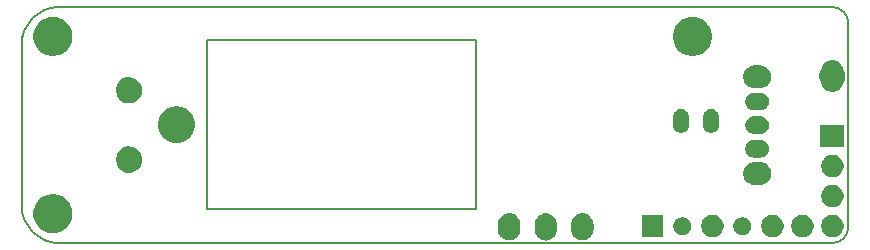
<source format=gbr>
G04 #@! TF.GenerationSoftware,KiCad,Pcbnew,(5.1.0-rc1-70-gd15876595)*
G04 #@! TF.CreationDate,2019-03-09T21:05:34+01:00
G04 #@! TF.ProjectId,spwm3.3,7370776d-332e-4332-9e6b-696361645f70,rev?*
G04 #@! TF.SameCoordinates,Original*
G04 #@! TF.FileFunction,Soldermask,Bot*
G04 #@! TF.FilePolarity,Negative*
%FSLAX46Y46*%
G04 Gerber Fmt 4.6, Leading zero omitted, Abs format (unit mm)*
G04 Created by KiCad (PCBNEW (5.1.0-rc1-70-gd15876595)) date 2019-03-09 21:05:34*
%MOMM*%
%LPD*%
G04 APERTURE LIST*
%ADD10C,0.150000*%
G04 APERTURE END LIST*
D10*
X183501100Y-113603599D02*
G75*
G02X182101100Y-115003600I-1399828J-173D01*
G01*
X183501100Y-113603600D02*
X183501100Y-111153600D01*
X183501100Y-111153600D02*
X183501100Y-96403600D01*
X182101100Y-95003599D02*
G75*
G02X183501100Y-96403600I172J-1399828D01*
G01*
X182101100Y-95003600D02*
X116676100Y-95003600D01*
X113501100Y-98178599D02*
G75*
G02X116676100Y-95003600I3175218J-219D01*
G01*
X113501100Y-98178600D02*
X113501100Y-111828600D01*
X116676100Y-115003599D02*
G75*
G02X113501100Y-111828600I218J3175218D01*
G01*
X116676100Y-115003600D02*
X182101100Y-115003600D01*
X182101100Y-115003600D02*
X182101100Y-115003600D01*
X151978100Y-112081600D02*
X151978100Y-97821600D01*
X151978100Y-97821600D02*
X129178100Y-97821600D01*
X129178100Y-97821600D02*
X129178100Y-112081600D01*
X129178100Y-112081600D02*
X151978100Y-112081600D01*
G04 #@! TO.C,U1*
G36*
X183164700Y-105031967D02*
G01*
X181117700Y-105031967D01*
X181117700Y-106834967D01*
X183164700Y-106834967D01*
X183164700Y-105031967D01*
G37*
G04 #@! TO.C,D1*
G36*
X168627100Y-104953600D02*
G01*
X168636100Y-105063600D01*
X168661100Y-105170600D01*
X168704100Y-105272600D01*
X168761100Y-105366600D01*
X168833100Y-105449600D01*
X168916100Y-105521600D01*
X169010100Y-105578600D01*
X169112100Y-105621600D01*
X169219100Y-105646600D01*
X169329100Y-105655600D01*
X169439100Y-105646600D01*
X169546100Y-105621600D01*
X169648100Y-105578600D01*
X169742100Y-105521600D01*
X169825100Y-105449600D01*
X169897100Y-105366600D01*
X169954100Y-105272600D01*
X169997100Y-105170600D01*
X170022100Y-105063600D01*
X170031100Y-104953600D01*
X170031100Y-104353600D01*
X170022100Y-104243600D01*
X169997100Y-104136600D01*
X169954100Y-104034600D01*
X169897100Y-103940600D01*
X169825100Y-103857600D01*
X169742100Y-103785600D01*
X169648100Y-103728600D01*
X169546100Y-103685600D01*
X169439100Y-103660600D01*
X169329100Y-103651600D01*
X169219100Y-103660600D01*
X169112100Y-103685600D01*
X169010100Y-103728600D01*
X168916100Y-103785600D01*
X168833100Y-103857600D01*
X168761100Y-103940600D01*
X168704100Y-104034600D01*
X168661100Y-104136600D01*
X168636100Y-104243600D01*
X168627100Y-104353600D01*
X168627100Y-104953600D01*
G37*
G36*
X171167100Y-104953600D02*
G01*
X171176100Y-105063600D01*
X171201100Y-105170600D01*
X171244100Y-105272600D01*
X171301100Y-105366600D01*
X171373100Y-105449600D01*
X171456100Y-105521600D01*
X171550100Y-105578600D01*
X171652100Y-105621600D01*
X171759100Y-105646600D01*
X171869100Y-105655600D01*
X171979100Y-105646600D01*
X172086100Y-105621600D01*
X172188100Y-105578600D01*
X172282100Y-105521600D01*
X172365100Y-105449600D01*
X172437100Y-105366600D01*
X172494100Y-105272600D01*
X172537100Y-105170600D01*
X172562100Y-105063600D01*
X172571100Y-104953600D01*
X172571100Y-104353600D01*
X172562100Y-104243600D01*
X172537100Y-104136600D01*
X172494100Y-104034600D01*
X172437100Y-103940600D01*
X172365100Y-103857600D01*
X172282100Y-103785600D01*
X172188100Y-103728600D01*
X172086100Y-103685600D01*
X171979100Y-103660600D01*
X171869100Y-103651600D01*
X171759100Y-103660600D01*
X171652100Y-103685600D01*
X171550100Y-103728600D01*
X171456100Y-103785600D01*
X171373100Y-103857600D01*
X171301100Y-103940600D01*
X171244100Y-104034600D01*
X171201100Y-104136600D01*
X171176100Y-104243600D01*
X171167100Y-104353600D01*
X171167100Y-104953600D01*
G37*
G04 #@! TO.C,Pad4*
G36*
X121568000Y-102260000D02*
G01*
X121579000Y-102401000D01*
X121612000Y-102539000D01*
X121666000Y-102669000D01*
X121740000Y-102790000D01*
X121832000Y-102898000D01*
X121940000Y-102990000D01*
X122061000Y-103064000D01*
X122191000Y-103118000D01*
X122329000Y-103151000D01*
X122470000Y-103162000D01*
X122611000Y-103151000D01*
X122749000Y-103118000D01*
X122879000Y-103064000D01*
X123000000Y-102990000D01*
X123108000Y-102898000D01*
X123200000Y-102790000D01*
X123274000Y-102669000D01*
X123328000Y-102539000D01*
X123361000Y-102401000D01*
X123372000Y-102260000D01*
X123372000Y-101860000D01*
X123361000Y-101719000D01*
X123328000Y-101581000D01*
X123274000Y-101451000D01*
X123200000Y-101330000D01*
X123108000Y-101222000D01*
X123000000Y-101130000D01*
X122879000Y-101056000D01*
X122749000Y-101002000D01*
X122611000Y-100969000D01*
X122470000Y-100958000D01*
X122329000Y-100969000D01*
X122191000Y-101002000D01*
X122061000Y-101056000D01*
X121940000Y-101130000D01*
X121832000Y-101222000D01*
X121740000Y-101330000D01*
X121666000Y-101451000D01*
X121612000Y-101581000D01*
X121579000Y-101719000D01*
X121568000Y-101860000D01*
X121568000Y-102260000D01*
G37*
G04 #@! TO.C,Pad7*
G36*
X123322000Y-107920000D02*
G01*
X123278000Y-107579000D01*
X123150000Y-107272000D01*
X122950000Y-107028000D01*
X122699000Y-106872000D01*
X122420000Y-106818000D01*
X122141000Y-106872000D01*
X121890000Y-107028000D01*
X121690000Y-107272000D01*
X121562000Y-107579000D01*
X121518000Y-107920000D01*
X121562000Y-108261000D01*
X121690000Y-108568000D01*
X121890000Y-108812000D01*
X122141000Y-108968000D01*
X122420000Y-109022000D01*
X122699000Y-108968000D01*
X122950000Y-108812000D01*
X123150000Y-108568000D01*
X123278000Y-108261000D01*
X123322000Y-107920000D01*
G37*
G04 #@! TO.C,S4*
G36*
X175529100Y-108151600D02*
G01*
X175380100Y-108163600D01*
X175235100Y-108198600D01*
X175097100Y-108255600D01*
X174969100Y-108333600D01*
X174856100Y-108430600D01*
X174759100Y-108543600D01*
X174681100Y-108671600D01*
X174624100Y-108809600D01*
X174589100Y-108954600D01*
X174577100Y-109103600D01*
X174589100Y-109252600D01*
X174624100Y-109397600D01*
X174681100Y-109535600D01*
X174759100Y-109663600D01*
X174856100Y-109776600D01*
X174969100Y-109873600D01*
X175097100Y-109951600D01*
X175235100Y-110008600D01*
X175380100Y-110043600D01*
X175529100Y-110055600D01*
X176029100Y-110055600D01*
X176178100Y-110043600D01*
X176323100Y-110008600D01*
X176461100Y-109951600D01*
X176589100Y-109873600D01*
X176702100Y-109776600D01*
X176799100Y-109663600D01*
X176877100Y-109535600D01*
X176934100Y-109397600D01*
X176969100Y-109252600D01*
X176981100Y-109103600D01*
X176969100Y-108954600D01*
X176934100Y-108809600D01*
X176877100Y-108671600D01*
X176799100Y-108543600D01*
X176702100Y-108430600D01*
X176589100Y-108333600D01*
X176461100Y-108255600D01*
X176323100Y-108198600D01*
X176178100Y-108163600D01*
X176029100Y-108151600D01*
X175529100Y-108151600D01*
G37*
G36*
X175529100Y-99951600D02*
G01*
X175380100Y-99963600D01*
X175235100Y-99998600D01*
X175097100Y-100055600D01*
X174969100Y-100133600D01*
X174856100Y-100230600D01*
X174759100Y-100343600D01*
X174681100Y-100471600D01*
X174624100Y-100609600D01*
X174589100Y-100754600D01*
X174577100Y-100903600D01*
X174589100Y-101052600D01*
X174624100Y-101197600D01*
X174681100Y-101335600D01*
X174759100Y-101463600D01*
X174856100Y-101576600D01*
X174969100Y-101673600D01*
X175097100Y-101751600D01*
X175235100Y-101808600D01*
X175380100Y-101843600D01*
X175529100Y-101855600D01*
X176029100Y-101855600D01*
X176178100Y-101843600D01*
X176323100Y-101808600D01*
X176461100Y-101751600D01*
X176589100Y-101673600D01*
X176702100Y-101576600D01*
X176799100Y-101463600D01*
X176877100Y-101335600D01*
X176934100Y-101197600D01*
X176969100Y-101052600D01*
X176981100Y-100903600D01*
X176969100Y-100754600D01*
X176934100Y-100609600D01*
X176877100Y-100471600D01*
X176799100Y-100343600D01*
X176702100Y-100230600D01*
X176589100Y-100133600D01*
X176461100Y-100055600D01*
X176323100Y-99998600D01*
X176178100Y-99963600D01*
X176029100Y-99951600D01*
X175529100Y-99951600D01*
G37*
G36*
X175529100Y-106251600D02*
G01*
X175411100Y-106260600D01*
X175297100Y-106288600D01*
X175188100Y-106333600D01*
X175087100Y-106395600D01*
X174997100Y-106471600D01*
X174921100Y-106561600D01*
X174859100Y-106662600D01*
X174814100Y-106771600D01*
X174786100Y-106885600D01*
X174777100Y-107003600D01*
X174786100Y-107121600D01*
X174814100Y-107235600D01*
X174859100Y-107344600D01*
X174921100Y-107445600D01*
X174997100Y-107535600D01*
X175087100Y-107611600D01*
X175188100Y-107673600D01*
X175297100Y-107718600D01*
X175411100Y-107746600D01*
X175529100Y-107755600D01*
X176029100Y-107755600D01*
X176147100Y-107746600D01*
X176261100Y-107718600D01*
X176370100Y-107673600D01*
X176471100Y-107611600D01*
X176561100Y-107535600D01*
X176637100Y-107445600D01*
X176699100Y-107344600D01*
X176744100Y-107235600D01*
X176772100Y-107121600D01*
X176781100Y-107003600D01*
X176772100Y-106885600D01*
X176744100Y-106771600D01*
X176699100Y-106662600D01*
X176637100Y-106561600D01*
X176561100Y-106471600D01*
X176471100Y-106395600D01*
X176370100Y-106333600D01*
X176261100Y-106288600D01*
X176147100Y-106260600D01*
X176029100Y-106251600D01*
X175529100Y-106251600D01*
G37*
G36*
X175529100Y-104251600D02*
G01*
X175411100Y-104260600D01*
X175297100Y-104288600D01*
X175188100Y-104333600D01*
X175087100Y-104395600D01*
X174997100Y-104471600D01*
X174921100Y-104561600D01*
X174859100Y-104662600D01*
X174814100Y-104771600D01*
X174786100Y-104885600D01*
X174777100Y-105003600D01*
X174786100Y-105121600D01*
X174814100Y-105235600D01*
X174859100Y-105344600D01*
X174921100Y-105445600D01*
X174997100Y-105535600D01*
X175087100Y-105611600D01*
X175188100Y-105673600D01*
X175297100Y-105718600D01*
X175411100Y-105746600D01*
X175529100Y-105755600D01*
X176029100Y-105755600D01*
X176147100Y-105746600D01*
X176261100Y-105718600D01*
X176370100Y-105673600D01*
X176471100Y-105611600D01*
X176561100Y-105535600D01*
X176637100Y-105445600D01*
X176699100Y-105344600D01*
X176744100Y-105235600D01*
X176772100Y-105121600D01*
X176781100Y-105003600D01*
X176772100Y-104885600D01*
X176744100Y-104771600D01*
X176699100Y-104662600D01*
X176637100Y-104561600D01*
X176561100Y-104471600D01*
X176471100Y-104395600D01*
X176370100Y-104333600D01*
X176261100Y-104288600D01*
X176147100Y-104260600D01*
X176029100Y-104251600D01*
X175529100Y-104251600D01*
G37*
G36*
X175529100Y-102251600D02*
G01*
X175411100Y-102260600D01*
X175297100Y-102288600D01*
X175188100Y-102333600D01*
X175087100Y-102395600D01*
X174997100Y-102471600D01*
X174921100Y-102561600D01*
X174859100Y-102662600D01*
X174814100Y-102771600D01*
X174786100Y-102885600D01*
X174777100Y-103003600D01*
X174786100Y-103121600D01*
X174814100Y-103235600D01*
X174859100Y-103344600D01*
X174921100Y-103445600D01*
X174997100Y-103535600D01*
X175087100Y-103611600D01*
X175188100Y-103673600D01*
X175297100Y-103718600D01*
X175411100Y-103746600D01*
X175529100Y-103755600D01*
X176029100Y-103755600D01*
X176147100Y-103746600D01*
X176261100Y-103718600D01*
X176370100Y-103673600D01*
X176471100Y-103611600D01*
X176561100Y-103535600D01*
X176637100Y-103445600D01*
X176699100Y-103344600D01*
X176744100Y-103235600D01*
X176772100Y-103121600D01*
X176781100Y-103003600D01*
X176772100Y-102885600D01*
X176744100Y-102771600D01*
X176699100Y-102662600D01*
X176637100Y-102561600D01*
X176561100Y-102471600D01*
X176471100Y-102395600D01*
X176370100Y-102333600D01*
X176261100Y-102288600D01*
X176147100Y-102260600D01*
X176029100Y-102251600D01*
X175529100Y-102251600D01*
G37*
G04 #@! TO.C,U4*
G36*
X181189100Y-101253600D02*
G01*
X181201100Y-101402600D01*
X181236100Y-101547600D01*
X181293100Y-101685600D01*
X181371100Y-101813600D01*
X181468100Y-101926600D01*
X181581100Y-102023600D01*
X181709100Y-102101600D01*
X181847100Y-102158600D01*
X181992100Y-102193600D01*
X182141100Y-102205600D01*
X182290100Y-102193600D01*
X182435100Y-102158600D01*
X182573100Y-102101600D01*
X182701100Y-102023600D01*
X182814100Y-101926600D01*
X182911100Y-101813600D01*
X182989100Y-101685600D01*
X183046100Y-101547600D01*
X183081100Y-101402600D01*
X183093100Y-101253600D01*
X183093100Y-100453600D01*
X183081100Y-100304600D01*
X183046100Y-100159600D01*
X182989100Y-100021600D01*
X182911100Y-99893600D01*
X182814100Y-99780600D01*
X182701100Y-99683600D01*
X182573100Y-99605600D01*
X182435100Y-99548600D01*
X182290100Y-99513600D01*
X182141100Y-99501600D01*
X181992100Y-99513600D01*
X181847100Y-99548600D01*
X181709100Y-99605600D01*
X181581100Y-99683600D01*
X181468100Y-99780600D01*
X181371100Y-99893600D01*
X181293100Y-100021600D01*
X181236100Y-100159600D01*
X181201100Y-100304600D01*
X181189100Y-100453600D01*
X181189100Y-101253600D01*
G37*
G04 #@! TO.C,U5*
G36*
X156928000Y-113830000D02*
G01*
X156940000Y-113979000D01*
X156975000Y-114124000D01*
X157032000Y-114262000D01*
X157110000Y-114390000D01*
X157207000Y-114503000D01*
X157320000Y-114600000D01*
X157448000Y-114678000D01*
X157586000Y-114735000D01*
X157731000Y-114770000D01*
X157880000Y-114782000D01*
X158029000Y-114770000D01*
X158174000Y-114735000D01*
X158312000Y-114678000D01*
X158440000Y-114600000D01*
X158553000Y-114503000D01*
X158650000Y-114390000D01*
X158728000Y-114262000D01*
X158785000Y-114124000D01*
X158820000Y-113979000D01*
X158832000Y-113830000D01*
X158832000Y-113430000D01*
X158820000Y-113281000D01*
X158785000Y-113136000D01*
X158728000Y-112998000D01*
X158650000Y-112870000D01*
X158553000Y-112757000D01*
X158440000Y-112660000D01*
X158312000Y-112582000D01*
X158174000Y-112525000D01*
X158029000Y-112490000D01*
X157880000Y-112478000D01*
X157731000Y-112490000D01*
X157586000Y-112525000D01*
X157448000Y-112582000D01*
X157320000Y-112660000D01*
X157207000Y-112757000D01*
X157110000Y-112870000D01*
X157032000Y-112998000D01*
X156975000Y-113136000D01*
X156940000Y-113281000D01*
X156928000Y-113430000D01*
X156928000Y-113830000D01*
G37*
G04 #@! TO.C,U6*
G36*
X160028000Y-113820000D02*
G01*
X160040000Y-113969000D01*
X160075000Y-114114000D01*
X160132000Y-114252000D01*
X160210000Y-114380000D01*
X160307000Y-114493000D01*
X160420000Y-114590000D01*
X160548000Y-114668000D01*
X160686000Y-114725000D01*
X160831000Y-114760000D01*
X160980000Y-114772000D01*
X161129000Y-114760000D01*
X161274000Y-114725000D01*
X161412000Y-114668000D01*
X161540000Y-114590000D01*
X161653000Y-114493000D01*
X161750000Y-114380000D01*
X161828000Y-114252000D01*
X161885000Y-114114000D01*
X161920000Y-113969000D01*
X161932000Y-113820000D01*
X161932000Y-113420000D01*
X161920000Y-113271000D01*
X161885000Y-113126000D01*
X161828000Y-112988000D01*
X161750000Y-112860000D01*
X161653000Y-112747000D01*
X161540000Y-112650000D01*
X161412000Y-112572000D01*
X161274000Y-112515000D01*
X161129000Y-112480000D01*
X160980000Y-112468000D01*
X160831000Y-112480000D01*
X160686000Y-112515000D01*
X160548000Y-112572000D01*
X160420000Y-112650000D01*
X160307000Y-112747000D01*
X160210000Y-112860000D01*
X160132000Y-112988000D01*
X160075000Y-113126000D01*
X160040000Y-113271000D01*
X160028000Y-113420000D01*
X160028000Y-113820000D01*
G37*
G04 #@! TO.C,U7*
G36*
X153827100Y-113823600D02*
G01*
X153839100Y-113972600D01*
X153874100Y-114117600D01*
X153931100Y-114255600D01*
X154009100Y-114383600D01*
X154106100Y-114496600D01*
X154219100Y-114593600D01*
X154347100Y-114671600D01*
X154485100Y-114728600D01*
X154630100Y-114763600D01*
X154779100Y-114775600D01*
X154928100Y-114763600D01*
X155073100Y-114728600D01*
X155211100Y-114671600D01*
X155339100Y-114593600D01*
X155452100Y-114496600D01*
X155549100Y-114383600D01*
X155627100Y-114255600D01*
X155684100Y-114117600D01*
X155719100Y-113972600D01*
X155731100Y-113823600D01*
X155731100Y-113423600D01*
X155719100Y-113274600D01*
X155684100Y-113129600D01*
X155627100Y-112991600D01*
X155549100Y-112863600D01*
X155452100Y-112750600D01*
X155339100Y-112653600D01*
X155211100Y-112575600D01*
X155073100Y-112518600D01*
X154928100Y-112483600D01*
X154779100Y-112471600D01*
X154630100Y-112483600D01*
X154485100Y-112518600D01*
X154347100Y-112575600D01*
X154219100Y-112653600D01*
X154106100Y-112750600D01*
X154009100Y-112863600D01*
X153931100Y-112991600D01*
X153874100Y-113129600D01*
X153839100Y-113274600D01*
X153827100Y-113423600D01*
X153827100Y-113823600D01*
G37*
G36*
X155056670Y-112714969D02*
G01*
X155229853Y-112786704D01*
X155385707Y-112890842D01*
X155518258Y-113023393D01*
X155622396Y-113179247D01*
X155694131Y-113352430D01*
X155730700Y-113536274D01*
X155730700Y-113723726D01*
X155694131Y-113907570D01*
X155622396Y-114080753D01*
X155518258Y-114236607D01*
X155385707Y-114369158D01*
X155229853Y-114473296D01*
X155056670Y-114545031D01*
X154872826Y-114581600D01*
X154685374Y-114581600D01*
X154501530Y-114545031D01*
X154328347Y-114473296D01*
X154172493Y-114369158D01*
X154039942Y-114236607D01*
X153935804Y-114080753D01*
X153864069Y-113907570D01*
X153827500Y-113723726D01*
X153827500Y-113536274D01*
X153864069Y-113352430D01*
X153935804Y-113179247D01*
X154039942Y-113023393D01*
X154172493Y-112890842D01*
X154328347Y-112786704D01*
X154501530Y-112714969D01*
X154685374Y-112678400D01*
X154872826Y-112678400D01*
X155056670Y-112714969D01*
X155056670Y-112714969D01*
G37*
G36*
X161257570Y-112714969D02*
G01*
X161430753Y-112786704D01*
X161586607Y-112890842D01*
X161719158Y-113023393D01*
X161823296Y-113179247D01*
X161895031Y-113352430D01*
X161931600Y-113536274D01*
X161931600Y-113723726D01*
X161895031Y-113907570D01*
X161823296Y-114080753D01*
X161719158Y-114236607D01*
X161586607Y-114369158D01*
X161430753Y-114473296D01*
X161257570Y-114545031D01*
X161073726Y-114581600D01*
X160886274Y-114581600D01*
X160702430Y-114545031D01*
X160529247Y-114473296D01*
X160373393Y-114369158D01*
X160240842Y-114236607D01*
X160136704Y-114080753D01*
X160064969Y-113907570D01*
X160028400Y-113723726D01*
X160028400Y-113536274D01*
X160064969Y-113352430D01*
X160136704Y-113179247D01*
X160240842Y-113023393D01*
X160373393Y-112890842D01*
X160529247Y-112786704D01*
X160702430Y-112714969D01*
X160886274Y-112678400D01*
X161073726Y-112678400D01*
X161257570Y-112714969D01*
X161257570Y-112714969D01*
G37*
G36*
X158157570Y-112714969D02*
G01*
X158330753Y-112786704D01*
X158486607Y-112890842D01*
X158619158Y-113023393D01*
X158723296Y-113179247D01*
X158795031Y-113352430D01*
X158831600Y-113536274D01*
X158831600Y-113723726D01*
X158795031Y-113907570D01*
X158723296Y-114080753D01*
X158619158Y-114236607D01*
X158486607Y-114369158D01*
X158330753Y-114473296D01*
X158157570Y-114545031D01*
X157973726Y-114581600D01*
X157786274Y-114581600D01*
X157602430Y-114545031D01*
X157429247Y-114473296D01*
X157273393Y-114369158D01*
X157140842Y-114236607D01*
X157036704Y-114080753D01*
X156964969Y-113907570D01*
X156928400Y-113723726D01*
X156928400Y-113536274D01*
X156964969Y-113352430D01*
X157036704Y-113179247D01*
X157140842Y-113023393D01*
X157273393Y-112890842D01*
X157429247Y-112786704D01*
X157602430Y-112714969D01*
X157786274Y-112678400D01*
X157973726Y-112678400D01*
X158157570Y-112714969D01*
X158157570Y-112714969D01*
G37*
G36*
X177338095Y-112639513D02*
G01*
X177511166Y-112711201D01*
X177588518Y-112762886D01*
X177666927Y-112815277D01*
X177799390Y-112947740D01*
X177824405Y-112985178D01*
X177903466Y-113103501D01*
X177975154Y-113276572D01*
X178011700Y-113460300D01*
X178011700Y-113647634D01*
X177975154Y-113831362D01*
X177903466Y-114004433D01*
X177884577Y-114032702D01*
X177799390Y-114160194D01*
X177666927Y-114292657D01*
X177588518Y-114345048D01*
X177511166Y-114396733D01*
X177338095Y-114468421D01*
X177154367Y-114504967D01*
X176967033Y-114504967D01*
X176783305Y-114468421D01*
X176610234Y-114396733D01*
X176532882Y-114345048D01*
X176454473Y-114292657D01*
X176322010Y-114160194D01*
X176236823Y-114032702D01*
X176217934Y-114004433D01*
X176146246Y-113831362D01*
X176109700Y-113647634D01*
X176109700Y-113460300D01*
X176146246Y-113276572D01*
X176217934Y-113103501D01*
X176296995Y-112985178D01*
X176322010Y-112947740D01*
X176454473Y-112815277D01*
X176532882Y-112762886D01*
X176610234Y-112711201D01*
X176783305Y-112639513D01*
X176967033Y-112602967D01*
X177154367Y-112602967D01*
X177338095Y-112639513D01*
X177338095Y-112639513D01*
G37*
G36*
X182418095Y-112639513D02*
G01*
X182591166Y-112711201D01*
X182668518Y-112762886D01*
X182746927Y-112815277D01*
X182879390Y-112947740D01*
X182904405Y-112985178D01*
X182983466Y-113103501D01*
X183055154Y-113276572D01*
X183091700Y-113460300D01*
X183091700Y-113647634D01*
X183055154Y-113831362D01*
X182983466Y-114004433D01*
X182964577Y-114032702D01*
X182879390Y-114160194D01*
X182746927Y-114292657D01*
X182668518Y-114345048D01*
X182591166Y-114396733D01*
X182418095Y-114468421D01*
X182234367Y-114504967D01*
X182047033Y-114504967D01*
X181863305Y-114468421D01*
X181690234Y-114396733D01*
X181612882Y-114345048D01*
X181534473Y-114292657D01*
X181402010Y-114160194D01*
X181316823Y-114032702D01*
X181297934Y-114004433D01*
X181226246Y-113831362D01*
X181189700Y-113647634D01*
X181189700Y-113460300D01*
X181226246Y-113276572D01*
X181297934Y-113103501D01*
X181376995Y-112985178D01*
X181402010Y-112947740D01*
X181534473Y-112815277D01*
X181612882Y-112762886D01*
X181690234Y-112711201D01*
X181863305Y-112639513D01*
X182047033Y-112602967D01*
X182234367Y-112602967D01*
X182418095Y-112639513D01*
X182418095Y-112639513D01*
G37*
G36*
X172258095Y-112639513D02*
G01*
X172431166Y-112711201D01*
X172508518Y-112762886D01*
X172586927Y-112815277D01*
X172719390Y-112947740D01*
X172744405Y-112985178D01*
X172823466Y-113103501D01*
X172895154Y-113276572D01*
X172931700Y-113460300D01*
X172931700Y-113647634D01*
X172895154Y-113831362D01*
X172823466Y-114004433D01*
X172804577Y-114032702D01*
X172719390Y-114160194D01*
X172586927Y-114292657D01*
X172508518Y-114345048D01*
X172431166Y-114396733D01*
X172258095Y-114468421D01*
X172074367Y-114504967D01*
X171887033Y-114504967D01*
X171703305Y-114468421D01*
X171530234Y-114396733D01*
X171452882Y-114345048D01*
X171374473Y-114292657D01*
X171242010Y-114160194D01*
X171156823Y-114032702D01*
X171137934Y-114004433D01*
X171066246Y-113831362D01*
X171029700Y-113647634D01*
X171029700Y-113460300D01*
X171066246Y-113276572D01*
X171137934Y-113103501D01*
X171216995Y-112985178D01*
X171242010Y-112947740D01*
X171374473Y-112815277D01*
X171452882Y-112762886D01*
X171530234Y-112711201D01*
X171703305Y-112639513D01*
X171887033Y-112602967D01*
X172074367Y-112602967D01*
X172258095Y-112639513D01*
X172258095Y-112639513D01*
G37*
G36*
X179878095Y-112639513D02*
G01*
X180051166Y-112711201D01*
X180128518Y-112762886D01*
X180206927Y-112815277D01*
X180339390Y-112947740D01*
X180364405Y-112985178D01*
X180443466Y-113103501D01*
X180515154Y-113276572D01*
X180551700Y-113460300D01*
X180551700Y-113647634D01*
X180515154Y-113831362D01*
X180443466Y-114004433D01*
X180424577Y-114032702D01*
X180339390Y-114160194D01*
X180206927Y-114292657D01*
X180128518Y-114345048D01*
X180051166Y-114396733D01*
X179878095Y-114468421D01*
X179694367Y-114504967D01*
X179507033Y-114504967D01*
X179323305Y-114468421D01*
X179150234Y-114396733D01*
X179072882Y-114345048D01*
X178994473Y-114292657D01*
X178862010Y-114160194D01*
X178776823Y-114032702D01*
X178757934Y-114004433D01*
X178686246Y-113831362D01*
X178649700Y-113647634D01*
X178649700Y-113460300D01*
X178686246Y-113276572D01*
X178757934Y-113103501D01*
X178836995Y-112985178D01*
X178862010Y-112947740D01*
X178994473Y-112815277D01*
X179072882Y-112762886D01*
X179150234Y-112711201D01*
X179323305Y-112639513D01*
X179507033Y-112602967D01*
X179694367Y-112602967D01*
X179878095Y-112639513D01*
X179878095Y-112639513D01*
G37*
G36*
X167801700Y-114454967D02*
G01*
X165999700Y-114454967D01*
X165999700Y-112652967D01*
X167801700Y-112652967D01*
X167801700Y-114454967D01*
X167801700Y-114454967D01*
G37*
G36*
X174656550Y-112815276D02*
G01*
X174739759Y-112831827D01*
X174876432Y-112888439D01*
X174999435Y-112970627D01*
X175104040Y-113075232D01*
X175173542Y-113179249D01*
X175186229Y-113198237D01*
X175242840Y-113334908D01*
X175271700Y-113479999D01*
X175271700Y-113627935D01*
X175242840Y-113773026D01*
X175187110Y-113907571D01*
X175186228Y-113909699D01*
X175104040Y-114032702D01*
X174999435Y-114137307D01*
X174876432Y-114219495D01*
X174876431Y-114219496D01*
X174876430Y-114219496D01*
X174739759Y-114276107D01*
X174594668Y-114304967D01*
X174446732Y-114304967D01*
X174301641Y-114276107D01*
X174164970Y-114219496D01*
X174164969Y-114219496D01*
X174164968Y-114219495D01*
X174041965Y-114137307D01*
X173937360Y-114032702D01*
X173855172Y-113909699D01*
X173854291Y-113907571D01*
X173798560Y-113773026D01*
X173769700Y-113627935D01*
X173769700Y-113479999D01*
X173798560Y-113334908D01*
X173855171Y-113198237D01*
X173867858Y-113179249D01*
X173937360Y-113075232D01*
X174041965Y-112970627D01*
X174164968Y-112888439D01*
X174301641Y-112831827D01*
X174384850Y-112815276D01*
X174446732Y-112802967D01*
X174594668Y-112802967D01*
X174656550Y-112815276D01*
X174656550Y-112815276D01*
G37*
G36*
X169576550Y-112815276D02*
G01*
X169659759Y-112831827D01*
X169796432Y-112888439D01*
X169919435Y-112970627D01*
X170024040Y-113075232D01*
X170093542Y-113179249D01*
X170106229Y-113198237D01*
X170162840Y-113334908D01*
X170191700Y-113479999D01*
X170191700Y-113627935D01*
X170162840Y-113773026D01*
X170107110Y-113907571D01*
X170106228Y-113909699D01*
X170024040Y-114032702D01*
X169919435Y-114137307D01*
X169796432Y-114219495D01*
X169796431Y-114219496D01*
X169796430Y-114219496D01*
X169659759Y-114276107D01*
X169514668Y-114304967D01*
X169366732Y-114304967D01*
X169221641Y-114276107D01*
X169084970Y-114219496D01*
X169084969Y-114219496D01*
X169084968Y-114219495D01*
X168961965Y-114137307D01*
X168857360Y-114032702D01*
X168775172Y-113909699D01*
X168774291Y-113907571D01*
X168718560Y-113773026D01*
X168689700Y-113627935D01*
X168689700Y-113479999D01*
X168718560Y-113334908D01*
X168775171Y-113198237D01*
X168787858Y-113179249D01*
X168857360Y-113075232D01*
X168961965Y-112970627D01*
X169084968Y-112888439D01*
X169221641Y-112831827D01*
X169304850Y-112815276D01*
X169366732Y-112802967D01*
X169514668Y-112802967D01*
X169576550Y-112815276D01*
X169576550Y-112815276D01*
G37*
G36*
X116524356Y-110894898D02*
G01*
X116630679Y-110916047D01*
X116931142Y-111040503D01*
X117201551Y-111221185D01*
X117431515Y-111451149D01*
X117612197Y-111721558D01*
X117697883Y-111928421D01*
X117736653Y-112022022D01*
X117800100Y-112340989D01*
X117800100Y-112666211D01*
X117790401Y-112714969D01*
X117736653Y-112985179D01*
X117612197Y-113285642D01*
X117431515Y-113556051D01*
X117201551Y-113786015D01*
X116931142Y-113966697D01*
X116630679Y-114091153D01*
X116524356Y-114112302D01*
X116311711Y-114154600D01*
X115986489Y-114154600D01*
X115773844Y-114112302D01*
X115667521Y-114091153D01*
X115367058Y-113966697D01*
X115096649Y-113786015D01*
X114866685Y-113556051D01*
X114686003Y-113285642D01*
X114561547Y-112985179D01*
X114507799Y-112714969D01*
X114498100Y-112666211D01*
X114498100Y-112340989D01*
X114561547Y-112022022D01*
X114600318Y-111928421D01*
X114686003Y-111721558D01*
X114866685Y-111451149D01*
X115096649Y-111221185D01*
X115367058Y-111040503D01*
X115667521Y-110916047D01*
X115773844Y-110894898D01*
X115986489Y-110852600D01*
X116311711Y-110852600D01*
X116524356Y-110894898D01*
X116524356Y-110894898D01*
G37*
G36*
X182418095Y-110099513D02*
G01*
X182591166Y-110171201D01*
X182591167Y-110171202D01*
X182746927Y-110275277D01*
X182879390Y-110407740D01*
X182879391Y-110407742D01*
X182983466Y-110563501D01*
X183055154Y-110736572D01*
X183091700Y-110920300D01*
X183091700Y-111107634D01*
X183055154Y-111291362D01*
X182983466Y-111464433D01*
X182983465Y-111464434D01*
X182879390Y-111620194D01*
X182746927Y-111752657D01*
X182668518Y-111805048D01*
X182591166Y-111856733D01*
X182418095Y-111928421D01*
X182234367Y-111964967D01*
X182047033Y-111964967D01*
X181863305Y-111928421D01*
X181690234Y-111856733D01*
X181612882Y-111805048D01*
X181534473Y-111752657D01*
X181402010Y-111620194D01*
X181297935Y-111464434D01*
X181297934Y-111464433D01*
X181226246Y-111291362D01*
X181189700Y-111107634D01*
X181189700Y-110920300D01*
X181226246Y-110736572D01*
X181297934Y-110563501D01*
X181402009Y-110407742D01*
X181402010Y-110407740D01*
X181534473Y-110275277D01*
X181690233Y-110171202D01*
X181690234Y-110171201D01*
X181863305Y-110099513D01*
X182047033Y-110062967D01*
X182234367Y-110062967D01*
X182418095Y-110099513D01*
X182418095Y-110099513D01*
G37*
G36*
X176056670Y-108188569D02*
G01*
X176229853Y-108260304D01*
X176385707Y-108364442D01*
X176518258Y-108496993D01*
X176622396Y-108652847D01*
X176694131Y-108826030D01*
X176730700Y-109009874D01*
X176730700Y-109197326D01*
X176694131Y-109381170D01*
X176622396Y-109554353D01*
X176518258Y-109710207D01*
X176385707Y-109842758D01*
X176229853Y-109946896D01*
X176056670Y-110018631D01*
X175872826Y-110055200D01*
X175685374Y-110055200D01*
X175501530Y-110018631D01*
X175328347Y-109946896D01*
X175172493Y-109842758D01*
X175039942Y-109710207D01*
X174935804Y-109554353D01*
X174864069Y-109381170D01*
X174827500Y-109197326D01*
X174827500Y-109009874D01*
X174864069Y-108826030D01*
X174935804Y-108652847D01*
X175039942Y-108496993D01*
X175172493Y-108364442D01*
X175328347Y-108260304D01*
X175501530Y-108188569D01*
X175685374Y-108152000D01*
X175872826Y-108152000D01*
X176056670Y-108188569D01*
X176056670Y-108188569D01*
G37*
G36*
X182418095Y-107559513D02*
G01*
X182591166Y-107631201D01*
X182591167Y-107631202D01*
X182746927Y-107735277D01*
X182879390Y-107867740D01*
X182879391Y-107867742D01*
X182983466Y-108023501D01*
X183055154Y-108196572D01*
X183091700Y-108380300D01*
X183091700Y-108567634D01*
X183055154Y-108751362D01*
X182983466Y-108924433D01*
X182983465Y-108924434D01*
X182879390Y-109080194D01*
X182746927Y-109212657D01*
X182668518Y-109265048D01*
X182591166Y-109316733D01*
X182418095Y-109388421D01*
X182234367Y-109424967D01*
X182047033Y-109424967D01*
X181863305Y-109388421D01*
X181690234Y-109316733D01*
X181612882Y-109265048D01*
X181534473Y-109212657D01*
X181402010Y-109080194D01*
X181297935Y-108924434D01*
X181297934Y-108924433D01*
X181226246Y-108751362D01*
X181189700Y-108567634D01*
X181189700Y-108380300D01*
X181226246Y-108196572D01*
X181297934Y-108023501D01*
X181402009Y-107867742D01*
X181402010Y-107867740D01*
X181534473Y-107735277D01*
X181690233Y-107631202D01*
X181690234Y-107631201D01*
X181863305Y-107559513D01*
X182047033Y-107522967D01*
X182234367Y-107522967D01*
X182418095Y-107559513D01*
X182418095Y-107559513D01*
G37*
G36*
X122794189Y-106835445D02*
G01*
X122921325Y-106860734D01*
X123004365Y-106895130D01*
X123121802Y-106943774D01*
X123302228Y-107064331D01*
X123455669Y-107217772D01*
X123576226Y-107398198D01*
X123624870Y-107515635D01*
X123659266Y-107598675D01*
X123701600Y-107811502D01*
X123701600Y-108028498D01*
X123659266Y-108241325D01*
X123624870Y-108324365D01*
X123576226Y-108441802D01*
X123455669Y-108622228D01*
X123302228Y-108775669D01*
X123121802Y-108896226D01*
X123053701Y-108924434D01*
X122921325Y-108979266D01*
X122708499Y-109021600D01*
X122491501Y-109021600D01*
X122278675Y-108979266D01*
X122146299Y-108924434D01*
X122078198Y-108896226D01*
X121897772Y-108775669D01*
X121744331Y-108622228D01*
X121623774Y-108441802D01*
X121575130Y-108324365D01*
X121540734Y-108241325D01*
X121498400Y-108028498D01*
X121498400Y-107811502D01*
X121540734Y-107598675D01*
X121575130Y-107515635D01*
X121623774Y-107398198D01*
X121744331Y-107217772D01*
X121897772Y-107064331D01*
X122078198Y-106943774D01*
X122195635Y-106895130D01*
X122278675Y-106860734D01*
X122405811Y-106835445D01*
X122491501Y-106818400D01*
X122708499Y-106818400D01*
X122794189Y-106835445D01*
X122794189Y-106835445D01*
G37*
G36*
X175998334Y-106280883D02*
G01*
X176135116Y-106337540D01*
X176258217Y-106419794D01*
X176362906Y-106524483D01*
X176445160Y-106647584D01*
X176501817Y-106784366D01*
X176530700Y-106929574D01*
X176530700Y-107077626D01*
X176501817Y-107222834D01*
X176445160Y-107359616D01*
X176362906Y-107482717D01*
X176258217Y-107587406D01*
X176135116Y-107669660D01*
X175998334Y-107726317D01*
X175853126Y-107755200D01*
X175705074Y-107755200D01*
X175559866Y-107726317D01*
X175423084Y-107669660D01*
X175299983Y-107587406D01*
X175195294Y-107482717D01*
X175113040Y-107359616D01*
X175056383Y-107222834D01*
X175027500Y-107077626D01*
X175027500Y-106929574D01*
X175056383Y-106784366D01*
X175113040Y-106647584D01*
X175195294Y-106524483D01*
X175299983Y-106419794D01*
X175423084Y-106337540D01*
X175559866Y-106280883D01*
X175705074Y-106252000D01*
X175853126Y-106252000D01*
X175998334Y-106280883D01*
X175998334Y-106280883D01*
G37*
G36*
X183042422Y-106835445D02*
G01*
X181239222Y-106835689D01*
X181238978Y-105032489D01*
X183042178Y-105032245D01*
X183042422Y-106835445D01*
X183042422Y-106835445D01*
G37*
G36*
X126902585Y-103453802D02*
G01*
X127052410Y-103483604D01*
X127334674Y-103600521D01*
X127588705Y-103770259D01*
X127804741Y-103986295D01*
X127974479Y-104240326D01*
X128091396Y-104522590D01*
X128091773Y-104524484D01*
X128151000Y-104822239D01*
X128151000Y-105127761D01*
X128121643Y-105275350D01*
X128091396Y-105427410D01*
X127974479Y-105709674D01*
X127804741Y-105963705D01*
X127588705Y-106179741D01*
X127334674Y-106349479D01*
X127052410Y-106466396D01*
X126902585Y-106496198D01*
X126752761Y-106526000D01*
X126447239Y-106526000D01*
X126297415Y-106496198D01*
X126147590Y-106466396D01*
X125865326Y-106349479D01*
X125611295Y-106179741D01*
X125395259Y-105963705D01*
X125225521Y-105709674D01*
X125108604Y-105427410D01*
X125078357Y-105275350D01*
X125049000Y-105127761D01*
X125049000Y-104822239D01*
X125108227Y-104524484D01*
X125108604Y-104522590D01*
X125225521Y-104240326D01*
X125395259Y-103986295D01*
X125611295Y-103770259D01*
X125865326Y-103600521D01*
X126147590Y-103483604D01*
X126297415Y-103453802D01*
X126447239Y-103424000D01*
X126752761Y-103424000D01*
X126902585Y-103453802D01*
X126902585Y-103453802D01*
G37*
G36*
X175998334Y-104280883D02*
G01*
X176135116Y-104337540D01*
X176258217Y-104419794D01*
X176362906Y-104524483D01*
X176445160Y-104647584D01*
X176501817Y-104784366D01*
X176530700Y-104929574D01*
X176530700Y-105077626D01*
X176501817Y-105222834D01*
X176445160Y-105359616D01*
X176362906Y-105482717D01*
X176258217Y-105587406D01*
X176135116Y-105669660D01*
X175998334Y-105726317D01*
X175853126Y-105755200D01*
X175705074Y-105755200D01*
X175559866Y-105726317D01*
X175423084Y-105669660D01*
X175299983Y-105587406D01*
X175195294Y-105482717D01*
X175113040Y-105359616D01*
X175056383Y-105222834D01*
X175027500Y-105077626D01*
X175027500Y-104929574D01*
X175056383Y-104784366D01*
X175113040Y-104647584D01*
X175195294Y-104524483D01*
X175299983Y-104419794D01*
X175423084Y-104337540D01*
X175559866Y-104280883D01*
X175705074Y-104252000D01*
X175853126Y-104252000D01*
X175998334Y-104280883D01*
X175998334Y-104280883D01*
G37*
G36*
X169533749Y-103978961D02*
G01*
X169661431Y-104031849D01*
X169661432Y-104031850D01*
X169776344Y-104108631D01*
X169874069Y-104206356D01*
X169874070Y-104206358D01*
X169950851Y-104321269D01*
X170003739Y-104448951D01*
X170030700Y-104584497D01*
X170030700Y-104722703D01*
X170003739Y-104858249D01*
X169950851Y-104985931D01*
X169950850Y-104985932D01*
X169874069Y-105100844D01*
X169776344Y-105198569D01*
X169740027Y-105222835D01*
X169661431Y-105275351D01*
X169533749Y-105328239D01*
X169398203Y-105355200D01*
X169259997Y-105355200D01*
X169124451Y-105328239D01*
X168996769Y-105275351D01*
X168918173Y-105222835D01*
X168881856Y-105198569D01*
X168784131Y-105100844D01*
X168707350Y-104985932D01*
X168707349Y-104985931D01*
X168654461Y-104858249D01*
X168627500Y-104722703D01*
X168627500Y-104584497D01*
X168654461Y-104448951D01*
X168707349Y-104321269D01*
X168784130Y-104206358D01*
X168784131Y-104206356D01*
X168881856Y-104108631D01*
X168996768Y-104031850D01*
X168996769Y-104031849D01*
X169124451Y-103978961D01*
X169259997Y-103952000D01*
X169398203Y-103952000D01*
X169533749Y-103978961D01*
X169533749Y-103978961D01*
G37*
G36*
X172073749Y-103978961D02*
G01*
X172201431Y-104031849D01*
X172201432Y-104031850D01*
X172316344Y-104108631D01*
X172414069Y-104206356D01*
X172414070Y-104206358D01*
X172490851Y-104321269D01*
X172543739Y-104448951D01*
X172570700Y-104584497D01*
X172570700Y-104722703D01*
X172543739Y-104858249D01*
X172490851Y-104985931D01*
X172490850Y-104985932D01*
X172414069Y-105100844D01*
X172316344Y-105198569D01*
X172280027Y-105222835D01*
X172201431Y-105275351D01*
X172073749Y-105328239D01*
X171938203Y-105355200D01*
X171799997Y-105355200D01*
X171664451Y-105328239D01*
X171536769Y-105275351D01*
X171458173Y-105222835D01*
X171421856Y-105198569D01*
X171324131Y-105100844D01*
X171247350Y-104985932D01*
X171247349Y-104985931D01*
X171194461Y-104858249D01*
X171167500Y-104722703D01*
X171167500Y-104584497D01*
X171194461Y-104448951D01*
X171247349Y-104321269D01*
X171324130Y-104206358D01*
X171324131Y-104206356D01*
X171421856Y-104108631D01*
X171536768Y-104031850D01*
X171536769Y-104031849D01*
X171664451Y-103978961D01*
X171799997Y-103952000D01*
X171938203Y-103952000D01*
X172073749Y-103978961D01*
X172073749Y-103978961D01*
G37*
G36*
X175998334Y-102280883D02*
G01*
X176135116Y-102337540D01*
X176258217Y-102419794D01*
X176362906Y-102524483D01*
X176445160Y-102647584D01*
X176501817Y-102784366D01*
X176530700Y-102929574D01*
X176530700Y-103077626D01*
X176501817Y-103222834D01*
X176445160Y-103359616D01*
X176362906Y-103482717D01*
X176258217Y-103587406D01*
X176135116Y-103669660D01*
X175998334Y-103726317D01*
X175853126Y-103755200D01*
X175705074Y-103755200D01*
X175559866Y-103726317D01*
X175423084Y-103669660D01*
X175299983Y-103587406D01*
X175195294Y-103482717D01*
X175113040Y-103359616D01*
X175056383Y-103222834D01*
X175027500Y-103077626D01*
X175027500Y-102929574D01*
X175056383Y-102784366D01*
X175113040Y-102647584D01*
X175195294Y-102524483D01*
X175299983Y-102419794D01*
X175423084Y-102337540D01*
X175559866Y-102280883D01*
X175705074Y-102252000D01*
X175853126Y-102252000D01*
X175998334Y-102280883D01*
X175998334Y-102280883D01*
G37*
G36*
X122814911Y-100979567D02*
G01*
X122921325Y-101000734D01*
X123004365Y-101035130D01*
X123121802Y-101083774D01*
X123302228Y-101204331D01*
X123455669Y-101357772D01*
X123576226Y-101538198D01*
X123619535Y-101642756D01*
X123659266Y-101738675D01*
X123701600Y-101951502D01*
X123701600Y-102168498D01*
X123659266Y-102381325D01*
X123624870Y-102464365D01*
X123576226Y-102581802D01*
X123455669Y-102762228D01*
X123302228Y-102915669D01*
X123121802Y-103036226D01*
X123004365Y-103084870D01*
X122921325Y-103119266D01*
X122814911Y-103140433D01*
X122708499Y-103161600D01*
X122491501Y-103161600D01*
X122385089Y-103140433D01*
X122278675Y-103119266D01*
X122195635Y-103084870D01*
X122078198Y-103036226D01*
X121897772Y-102915669D01*
X121744331Y-102762228D01*
X121623774Y-102581802D01*
X121575130Y-102464365D01*
X121540734Y-102381325D01*
X121498400Y-102168498D01*
X121498400Y-101951502D01*
X121540734Y-101738675D01*
X121580465Y-101642756D01*
X121623774Y-101538198D01*
X121744331Y-101357772D01*
X121897772Y-101204331D01*
X122078198Y-101083774D01*
X122195635Y-101035130D01*
X122278675Y-101000734D01*
X122385089Y-100979567D01*
X122491501Y-100958400D01*
X122708499Y-100958400D01*
X122814911Y-100979567D01*
X122814911Y-100979567D01*
G37*
G36*
X182356011Y-99773167D02*
G01*
X182462425Y-99794334D01*
X182545465Y-99828730D01*
X182662902Y-99877374D01*
X182843328Y-99997931D01*
X182996769Y-100151372D01*
X183117326Y-100331798D01*
X183165970Y-100449235D01*
X183200366Y-100532275D01*
X183242700Y-100745102D01*
X183242700Y-100962098D01*
X183200366Y-101174925D01*
X183188185Y-101204332D01*
X183117326Y-101375402D01*
X182996769Y-101555828D01*
X182843328Y-101709269D01*
X182662902Y-101829826D01*
X182601643Y-101855200D01*
X182462425Y-101912866D01*
X182356011Y-101934033D01*
X182249599Y-101955200D01*
X182032601Y-101955200D01*
X181819775Y-101912866D01*
X181680557Y-101855200D01*
X181619298Y-101829826D01*
X181438872Y-101709269D01*
X181285431Y-101555828D01*
X181164874Y-101375402D01*
X181094015Y-101204332D01*
X181081834Y-101174925D01*
X181039500Y-100962098D01*
X181039500Y-100745102D01*
X181081834Y-100532275D01*
X181116230Y-100449235D01*
X181164874Y-100331798D01*
X181285431Y-100151372D01*
X181438872Y-99997931D01*
X181619298Y-99877374D01*
X181736735Y-99828730D01*
X181819775Y-99794334D01*
X181926189Y-99773167D01*
X182032601Y-99752000D01*
X182249599Y-99752000D01*
X182356011Y-99773167D01*
X182356011Y-99773167D01*
G37*
G36*
X176056670Y-99988569D02*
G01*
X176229853Y-100060304D01*
X176385707Y-100164442D01*
X176518258Y-100296993D01*
X176622396Y-100452847D01*
X176694131Y-100626030D01*
X176730700Y-100809874D01*
X176730700Y-100997326D01*
X176694131Y-101181170D01*
X176622396Y-101354353D01*
X176518258Y-101510207D01*
X176385707Y-101642758D01*
X176229853Y-101746896D01*
X176056670Y-101818631D01*
X175872826Y-101855200D01*
X175685374Y-101855200D01*
X175501530Y-101818631D01*
X175328347Y-101746896D01*
X175172493Y-101642758D01*
X175039942Y-101510207D01*
X174935804Y-101354353D01*
X174864069Y-101181170D01*
X174827500Y-100997326D01*
X174827500Y-100809874D01*
X174864069Y-100626030D01*
X174935804Y-100452847D01*
X175039942Y-100296993D01*
X175172493Y-100164442D01*
X175328347Y-100060304D01*
X175501530Y-99988569D01*
X175685374Y-99952000D01*
X175872826Y-99952000D01*
X176056670Y-99988569D01*
X176056670Y-99988569D01*
G37*
G36*
X170664356Y-95894898D02*
G01*
X170770679Y-95916047D01*
X171071142Y-96040503D01*
X171341551Y-96221185D01*
X171571515Y-96451149D01*
X171752197Y-96721558D01*
X171876653Y-97022021D01*
X171940100Y-97340991D01*
X171940100Y-97666209D01*
X171876653Y-97985179D01*
X171752197Y-98285642D01*
X171571515Y-98556051D01*
X171341551Y-98786015D01*
X171071142Y-98966697D01*
X170770679Y-99091153D01*
X170664356Y-99112302D01*
X170451711Y-99154600D01*
X170126489Y-99154600D01*
X169913844Y-99112302D01*
X169807521Y-99091153D01*
X169507058Y-98966697D01*
X169236649Y-98786015D01*
X169006685Y-98556051D01*
X168826003Y-98285642D01*
X168701547Y-97985179D01*
X168638100Y-97666209D01*
X168638100Y-97340991D01*
X168701547Y-97022021D01*
X168826003Y-96721558D01*
X169006685Y-96451149D01*
X169236649Y-96221185D01*
X169507058Y-96040503D01*
X169807521Y-95916047D01*
X169913844Y-95894898D01*
X170126489Y-95852600D01*
X170451711Y-95852600D01*
X170664356Y-95894898D01*
X170664356Y-95894898D01*
G37*
G36*
X116524356Y-95894898D02*
G01*
X116630679Y-95916047D01*
X116931142Y-96040503D01*
X117201551Y-96221185D01*
X117431515Y-96451149D01*
X117612197Y-96721558D01*
X117736653Y-97022021D01*
X117800100Y-97340991D01*
X117800100Y-97666209D01*
X117736653Y-97985179D01*
X117612197Y-98285642D01*
X117431515Y-98556051D01*
X117201551Y-98786015D01*
X116931142Y-98966697D01*
X116630679Y-99091153D01*
X116524356Y-99112302D01*
X116311711Y-99154600D01*
X115986489Y-99154600D01*
X115773844Y-99112302D01*
X115667521Y-99091153D01*
X115367058Y-98966697D01*
X115096649Y-98786015D01*
X114866685Y-98556051D01*
X114686003Y-98285642D01*
X114561547Y-97985179D01*
X114498100Y-97666209D01*
X114498100Y-97340991D01*
X114561547Y-97022021D01*
X114686003Y-96721558D01*
X114866685Y-96451149D01*
X115096649Y-96221185D01*
X115367058Y-96040503D01*
X115667521Y-95916047D01*
X115773844Y-95894898D01*
X115986489Y-95852600D01*
X116311711Y-95852600D01*
X116524356Y-95894898D01*
X116524356Y-95894898D01*
G37*
M02*

</source>
